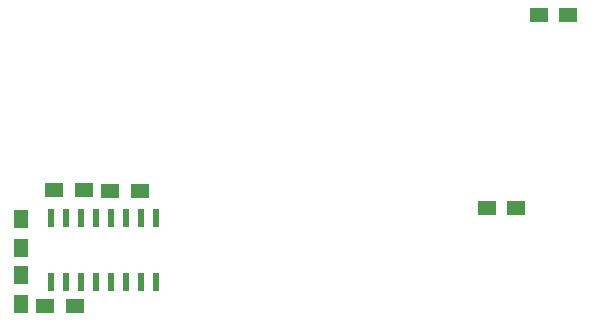
<source format=gbr>
G04 #@! TF.FileFunction,Paste,Bot*
%FSLAX46Y46*%
G04 Gerber Fmt 4.6, Leading zero omitted, Abs format (unit mm)*
G04 Created by KiCad (PCBNEW 4.0.4-stable) date 04/28/17 11:07:38*
%MOMM*%
%LPD*%
G01*
G04 APERTURE LIST*
%ADD10C,0.100000*%
%ADD11R,1.500000X1.250000*%
%ADD12R,0.600000X1.500000*%
%ADD13R,1.250000X1.500000*%
G04 APERTURE END LIST*
D10*
D11*
X167680000Y-95830000D03*
X165180000Y-95830000D03*
D12*
X128240000Y-96670000D03*
X129510000Y-96670000D03*
X130780000Y-96670000D03*
X132050000Y-96670000D03*
X133320000Y-96670000D03*
X134590000Y-96670000D03*
X135860000Y-96670000D03*
X137130000Y-96670000D03*
X137130000Y-102070000D03*
X135860000Y-102070000D03*
X134590000Y-102070000D03*
X133320000Y-102070000D03*
X132050000Y-102070000D03*
X130780000Y-102070000D03*
X129510000Y-102070000D03*
X128240000Y-102070000D03*
D11*
X135800000Y-94340000D03*
X133300000Y-94340000D03*
D13*
X125770000Y-103950000D03*
X125770000Y-101450000D03*
D11*
X127780000Y-104100000D03*
X130280000Y-104100000D03*
X169570000Y-79490000D03*
X172070000Y-79490000D03*
D13*
X125770000Y-96700000D03*
X125770000Y-99200000D03*
D11*
X128530000Y-94320000D03*
X131030000Y-94320000D03*
M02*

</source>
